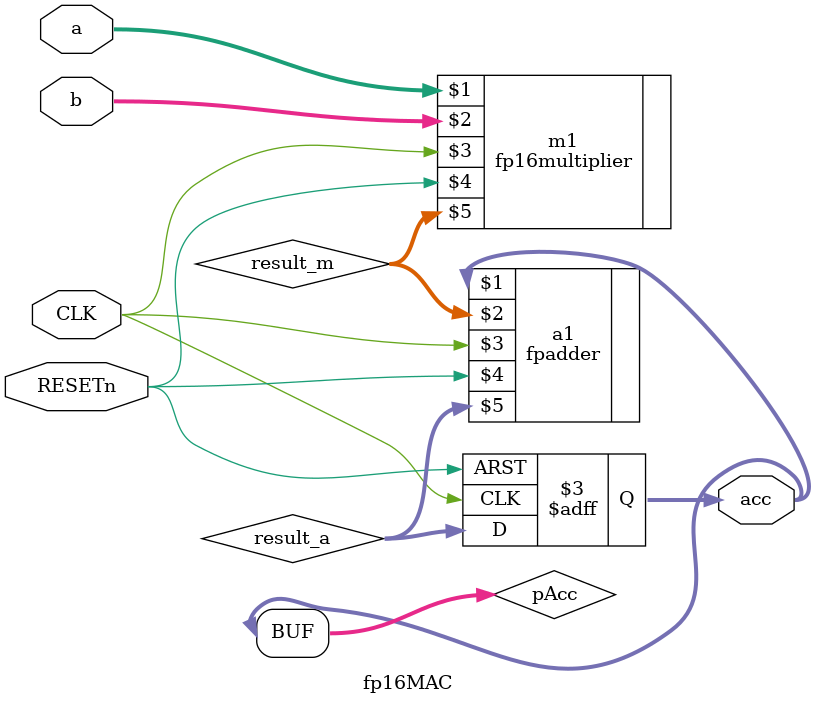
<source format=v>
`timescale 1ns / 1ps
module fp16MAC(
	a, b, acc, CLK, RESETn
    );
	 
	 input [15:0] a, b;
	 input CLK, RESETn;
	 
	 output reg [15:0] acc;
	 
	 wire [15:0] result_m;
	 wire [15:0] result_a;
	 wire [15:0] pAcc;
	 
	 assign pAcc = acc;
	 
	 fp16multiplier m1(a,b,CLK,RESETn, result_m);
	 fpadder a1(pAcc,result_m, CLK, RESETn, result_a);
	 
	 always@(posedge CLK, negedge RESETn) begin
		if(!RESETn) begin
			acc <= 0;
		end else begin
			acc <= result_a;
	end
	end

endmodule

</source>
